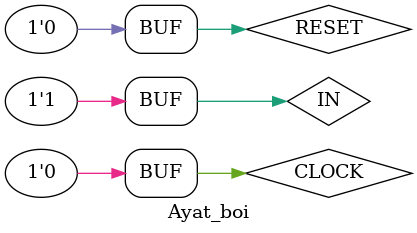
<source format=v>
module Ayat_boi();
reg IN, CLOCK, RESET;
wire OUT;
mealy M1(OUT,IN,CLOCK,RESET);

initial
begin
CLOCK=1'b0;
repeat(50) #5 CLOCK=~CLOCK;
end

initial 
begin 
RESET=1'b0;
#3 RESET=1'b1;
#3 RESET=1'b0;
end

initial
begin
#10 IN=1'b1; #10 IN=1'b0; #10 IN=1'b0; #10 IN=1'b1; #10 IN=1'b1; #10 IN=1'b0;
#10 IN=1'b1; #10 IN=1'b0; #10 IN=1'b0; #10 IN=1'b1; #10 IN=1'b1; #10 IN=1'b1;
#10 IN=1'b0; #10 IN=1'b1; #10 IN=1'b0; #10 IN=1'b1; #10 IN=1'b1; #10 IN=1'b1;
#10 IN=1'b1; #10 IN=1'b0; #10 IN=1'b1; #10 IN=1'b0; #10 IN=1'b0; #10 IN=1'b1;
#10 IN=1'b1; #10 IN=1'b1; #10 IN=1'b1; #10 IN=1'b1; #10 IN=1'b1; #10 IN=1'b1;
#10 IN=1'b0; #10 IN=1'b1;
end
endmodule




</source>
